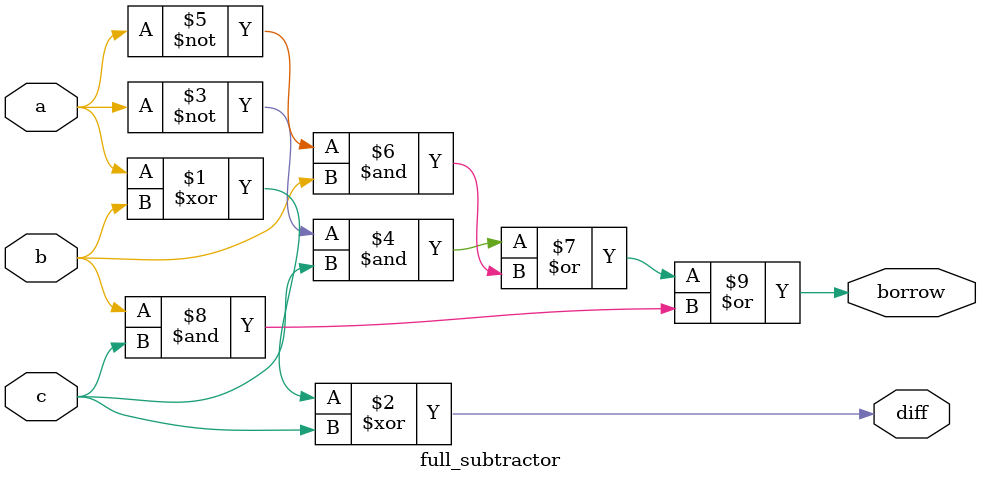
<source format=v>
`timescale 1ns / 1ps
module full_subtractor(
    input a,
    input b,
    input c,
    output diff,
    output borrow
    );
	 
	 assign diff = (a^b^c);
	 assign borrow = (~a&c)|(~a&b)|(b&c);


endmodule

</source>
